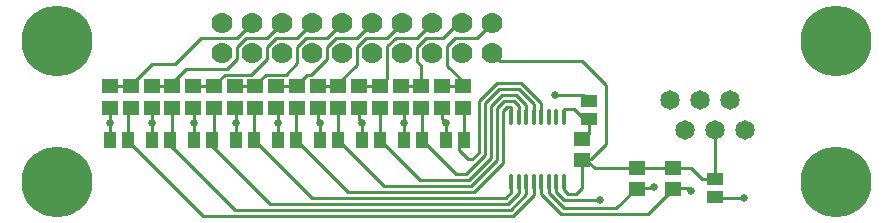
<source format=gtl>
G04*
G04 #@! TF.GenerationSoftware,Altium Limited,Altium Designer,18.0.7 (293)*
G04*
G04 Layer_Physical_Order=1*
G04 Layer_Color=255*
%FSLAX25Y25*%
%MOIN*%
G70*
G01*
G75*
%ADD12C,0.01000*%
%ADD16R,0.05512X0.04724*%
%ADD17O,0.01378X0.05709*%
%ADD18R,0.04331X0.05512*%
%ADD19R,0.05512X0.04331*%
%ADD29C,0.06500*%
%ADD30C,0.07000*%
%ADD31C,0.23622*%
%ADD32C,0.02500*%
D12*
X207087Y12008D02*
X212795D01*
X200203Y5124D02*
X207087Y12008D01*
X219291D02*
X224213D01*
X210749Y3124D02*
X219291Y11666D01*
X233268Y8661D02*
X242913D01*
X94807Y45768D02*
Y47170D01*
X188976Y27559D02*
X191339Y29921D01*
X182854Y38169D02*
X186221D01*
X188976Y11811D02*
Y21063D01*
X219291Y11666D02*
Y12008D01*
X228740Y14961D02*
X233268D01*
X224213Y12008D02*
X225197Y11024D01*
X186221Y38169D02*
X189744Y34646D01*
X191339D01*
Y29921D02*
Y34646D01*
X196850Y26575D02*
Y46260D01*
X188976Y54134D02*
X196850Y46260D01*
X189370Y42913D02*
X191339Y40945D01*
X179921Y42913D02*
X189370D01*
X45600Y53248D02*
X53150D01*
X158898Y56929D02*
X161693Y54134D01*
X148898Y65310D02*
Y66929D01*
X62425Y2535D02*
X165917D01*
X73220Y4535D02*
X165089D01*
X85000Y6535D02*
X164260D01*
X53150Y53248D02*
X61831Y61929D01*
X73898D01*
X78898Y66929D01*
X93898Y53445D02*
Y59000D01*
X113898Y61929D02*
X118898Y66929D01*
X106827Y61929D02*
X113898D01*
X123898D02*
X128898Y66929D01*
X133898Y54075D02*
Y59000D01*
X143898Y59252D02*
X146575Y61929D01*
X153898D02*
X158898Y66929D01*
X146575Y61929D02*
X153898D01*
X142638D02*
X147638Y66929D01*
X136827Y61929D02*
X142638D01*
X147638Y66929D02*
X148898D01*
X133898Y59000D02*
X136827Y61929D01*
X133898D02*
X138898Y66929D01*
X126726Y61929D02*
X133898D01*
X123898Y59101D02*
X126726Y61929D01*
X123898Y48194D02*
Y59101D01*
X103898Y61929D02*
X108898Y66929D01*
X96827Y61929D02*
X103898D01*
X93898Y59000D02*
X96827Y61929D01*
X93898D02*
X98898Y66929D01*
X86827Y61929D02*
X93898D01*
X83898Y59000D02*
X86827Y61929D01*
X83898Y54858D02*
Y59000D01*
Y61929D02*
X88898Y66929D01*
X76827Y61929D02*
X83898D01*
X73898Y59000D02*
X76827Y61929D01*
X73898Y54858D02*
Y59000D01*
X103898D02*
X106827Y61929D01*
X103898Y54858D02*
Y59000D01*
X116827Y61929D02*
X123898D01*
X113898Y59000D02*
X116827Y61929D01*
X161693Y54134D02*
X188976D01*
X182854Y35433D02*
Y38169D01*
X182854Y11043D02*
X184055Y9843D01*
X187008D01*
X188976Y11811D01*
X182854Y11043D02*
X182854Y13976D01*
X233268Y14961D02*
X233347Y15039D01*
Y31339D01*
X166183Y40878D02*
X167854Y39206D01*
Y35433D02*
Y39206D01*
X167011Y42878D02*
X170354Y39535D01*
Y35433D02*
Y39535D01*
X167840Y44878D02*
X172854Y39863D01*
Y35433D02*
Y39863D01*
X168668Y46878D02*
X175354Y40192D01*
Y35433D02*
Y40192D01*
X160440Y46878D02*
X168668D01*
X154496Y40934D02*
X160440Y46878D01*
X161268Y44878D02*
X167840D01*
X156496Y40106D02*
X161268Y44878D01*
X162097Y42878D02*
X167011D01*
X162925Y40878D02*
X166183D01*
X165354Y35433D02*
Y38878D01*
X163754D02*
X165354D01*
X162496Y37620D02*
X163754Y38878D01*
X158496Y39277D02*
X162097Y42878D01*
X160496Y38449D02*
X162925Y40878D01*
X165354Y10458D02*
Y13976D01*
X177854Y10094D02*
Y13976D01*
X175354Y9765D02*
Y13976D01*
X180354Y10422D02*
Y13976D01*
Y10422D02*
X182934Y7842D01*
X189443Y7874D02*
X194882D01*
X181995Y3124D02*
X210749D01*
X182824Y5124D02*
X200203D01*
X177854Y10094D02*
X182824Y5124D01*
X175354Y9765D02*
X181995Y3124D01*
X182934Y7842D02*
X189411D01*
X189443Y7874D01*
X165089Y4535D02*
X170354Y9801D01*
Y13976D01*
X165917Y2535D02*
X172854Y9473D01*
Y13976D01*
X164260Y6535D02*
X167854Y10130D01*
Y13976D01*
X212795Y12008D02*
X212992Y12205D01*
X225197Y18504D02*
X228740Y14961D01*
X207087Y18504D02*
X219291D01*
X193110D02*
X207087D01*
X189961Y21654D02*
X193110Y18504D01*
X191929Y21654D02*
X196850Y26575D01*
X188976Y21063D02*
X189567Y21654D01*
X189961D01*
X191929D01*
X37598Y27362D02*
X62425Y2535D01*
X37598Y27362D02*
Y27854D01*
X51575Y26181D02*
X73220Y4535D01*
X51575Y26181D02*
Y27854D01*
X65551Y25984D02*
X85000Y6535D01*
X65551Y25984D02*
Y27854D01*
X147976Y26421D02*
X149409Y27854D01*
X93504D02*
X110823Y10535D01*
X152755D01*
X107480Y27854D02*
X122799Y12535D01*
X151926D01*
X121457Y27854D02*
X134775Y14535D01*
X151098D01*
X135433Y27854D02*
X146752Y16535D01*
X150269D01*
X150949Y21394D02*
X152299D01*
X147976Y24366D02*
X150949Y21394D01*
X147976Y24366D02*
Y26421D01*
X31634Y33799D02*
Y38681D01*
X31496Y33661D02*
X31634Y33799D01*
X31496Y28051D02*
Y33661D01*
Y28051D02*
X31693Y27854D01*
X45669D02*
Y33489D01*
X45497Y33661D02*
X45669Y33489D01*
X45497Y33661D02*
Y38639D01*
X45455Y38681D02*
X45497Y38639D01*
X59498Y33661D02*
Y38459D01*
X59276Y38681D02*
X59498Y38459D01*
Y28002D02*
Y33661D01*
Y28002D02*
X59646Y27854D01*
X73499Y33661D02*
Y38280D01*
X73097Y38681D02*
X73499Y38280D01*
Y27977D02*
Y33661D01*
Y27977D02*
X73622Y27854D01*
X87500Y33661D02*
Y38100D01*
X86919Y38681D02*
X87500Y38100D01*
Y27953D02*
Y33661D01*
Y27953D02*
X87598Y27854D01*
X100740Y34422D02*
X101501Y33661D01*
X100740Y34422D02*
Y38681D01*
X101501Y27928D02*
Y33661D01*
Y27928D02*
X101575Y27854D01*
X115551D02*
Y33612D01*
X115502Y33661D02*
X115551Y33612D01*
X114561Y34602D02*
X115502Y33661D01*
X114561Y34602D02*
Y38681D01*
X129503Y33661D02*
Y37560D01*
X128382Y38681D02*
X129503Y37560D01*
Y27879D02*
Y33661D01*
Y27879D02*
X129527Y27854D01*
X142203Y34962D02*
Y38681D01*
Y34962D02*
X143504Y33661D01*
Y27854D02*
Y33661D01*
X143504Y27854D02*
X143504Y27854D01*
X152755Y10535D02*
X162496Y20277D01*
X151926Y12535D02*
X160496Y21105D01*
X151098Y14535D02*
X158496Y21934D01*
X150269Y16535D02*
X156496Y22762D01*
X152299Y21394D02*
X154496Y23591D01*
X162496Y20277D02*
Y37620D01*
X160496Y21105D02*
Y38449D01*
X158496Y21934D02*
Y39277D01*
X156496Y22762D02*
Y40106D01*
X154496Y23591D02*
Y40934D01*
X149409Y27854D02*
Y38386D01*
X149114Y38681D02*
X149409Y38386D01*
X135433Y27854D02*
Y38541D01*
X135293Y38681D02*
X135433Y38541D01*
X121457Y27854D02*
Y38666D01*
X121472Y38681D01*
X107480Y27854D02*
Y38511D01*
X107650Y38681D01*
X93504Y27854D02*
Y38356D01*
X93829Y38681D01*
X79527Y27854D02*
Y38201D01*
X80008Y38681D01*
X65551Y27854D02*
X66187Y28490D01*
Y38681D01*
X51575Y27854D02*
X52366Y28645D01*
Y38681D01*
X37598Y27854D02*
Y37735D01*
X38544Y38681D01*
X31634Y45768D02*
X38544D01*
X45455D02*
X52366D01*
X59276D02*
X66187D01*
X73097D02*
X80008D01*
X86919D02*
X93829D01*
X100740D02*
X107650D01*
X114561D02*
X121472D01*
X128382D02*
X135293D01*
X142203D02*
X149114D01*
X38544D02*
Y46193D01*
X45600Y53248D01*
X52366Y45768D02*
Y46975D01*
X70670Y51630D02*
X73898Y54858D01*
X57020Y51630D02*
X70670D01*
X52366Y46975D02*
X57020Y51630D01*
X66187Y45768D02*
Y46097D01*
X69720Y49630D01*
X80008Y46097D02*
X83541Y49630D01*
X80008Y45768D02*
Y46097D01*
X93829Y45768D02*
X94807D01*
X121472D02*
X123898Y48194D01*
X135293Y45768D02*
Y52680D01*
X133898Y54075D02*
X135293Y52680D01*
X94807Y47170D02*
X97268Y49630D01*
X98669D02*
X103898Y54858D01*
X83541Y49630D02*
X90083D01*
X93898Y53445D01*
X69720Y49630D02*
X78670D01*
X83898Y54858D01*
X97268Y49630D02*
X98669D01*
X107650Y45768D02*
Y46725D01*
X113898Y52972D01*
Y59000D01*
X143898Y52658D02*
Y59252D01*
Y52658D02*
X149114Y47441D01*
Y45768D02*
Y47441D01*
X219291Y18504D02*
X225197D01*
X163432Y8535D02*
X165354Y10458D01*
X79527Y27854D02*
X98846Y8535D01*
X163432D01*
D16*
X188976Y21063D02*
D03*
Y28150D02*
D03*
X38544Y38681D02*
D03*
Y45768D02*
D03*
X52366Y38681D02*
D03*
Y45768D02*
D03*
X66187Y38681D02*
D03*
Y45768D02*
D03*
X80008Y38681D02*
D03*
Y45768D02*
D03*
X93829Y38681D02*
D03*
Y45768D02*
D03*
X107650Y38681D02*
D03*
Y45768D02*
D03*
X121472Y38681D02*
D03*
Y45768D02*
D03*
X135293Y38681D02*
D03*
Y45768D02*
D03*
X149114Y38681D02*
D03*
Y45768D02*
D03*
X31634D02*
D03*
Y38681D02*
D03*
X45455Y45768D02*
D03*
Y38681D02*
D03*
X59276Y45768D02*
D03*
Y38681D02*
D03*
X73097Y45768D02*
D03*
Y38681D02*
D03*
X86919Y45768D02*
D03*
Y38681D02*
D03*
X100740Y45768D02*
D03*
Y38681D02*
D03*
X114561Y45768D02*
D03*
Y38681D02*
D03*
X128382Y45768D02*
D03*
Y38681D02*
D03*
X142203Y45768D02*
D03*
Y38681D02*
D03*
X207087Y18504D02*
D03*
Y11417D02*
D03*
X219291Y18504D02*
D03*
Y11417D02*
D03*
D17*
X182854Y35433D02*
D03*
X180354D02*
D03*
X177854D02*
D03*
X175354D02*
D03*
X172854D02*
D03*
X170354D02*
D03*
X167854D02*
D03*
X165354D02*
D03*
X182854Y13976D02*
D03*
X180354D02*
D03*
X177854D02*
D03*
X175354D02*
D03*
X172854D02*
D03*
X170354D02*
D03*
X167854D02*
D03*
X165354D02*
D03*
D18*
X37598Y27854D02*
D03*
X31693D02*
D03*
X51575D02*
D03*
X45669D02*
D03*
X65551D02*
D03*
X59646D02*
D03*
X79527D02*
D03*
X73622D02*
D03*
X93504D02*
D03*
X87598D02*
D03*
X107480D02*
D03*
X101575D02*
D03*
X121457D02*
D03*
X115551D02*
D03*
X135433D02*
D03*
X129527D02*
D03*
X149409D02*
D03*
X143504D02*
D03*
D19*
X191339Y40748D02*
D03*
Y34843D02*
D03*
X233268Y14764D02*
D03*
Y8858D02*
D03*
D29*
X218347Y41339D02*
D03*
X228346D02*
D03*
X238347D02*
D03*
X223346Y31339D02*
D03*
X233347D02*
D03*
X243347D02*
D03*
D30*
X68898Y66929D02*
D03*
Y56929D02*
D03*
X78898D02*
D03*
X88898D02*
D03*
X98898D02*
D03*
X108898D02*
D03*
X118898D02*
D03*
X128898D02*
D03*
X138898D02*
D03*
X148898D02*
D03*
X158898D02*
D03*
X78898Y66929D02*
D03*
X88898D02*
D03*
X98898D02*
D03*
X108898D02*
D03*
X118898D02*
D03*
X128898D02*
D03*
X138898D02*
D03*
X148898D02*
D03*
X158898D02*
D03*
D31*
X273622Y61024D02*
D03*
Y13780D02*
D03*
X13780D02*
D03*
Y61024D02*
D03*
D32*
X225197Y11024D02*
D03*
X242913Y8661D02*
D03*
X179921Y42913D02*
D03*
X31496Y33661D02*
D03*
X45497D02*
D03*
X59498D02*
D03*
X73499D02*
D03*
X87500D02*
D03*
X101501D02*
D03*
X115502D02*
D03*
X129503D02*
D03*
X194882Y7874D02*
D03*
X212992Y12205D02*
D03*
X143504Y33661D02*
D03*
M02*

</source>
